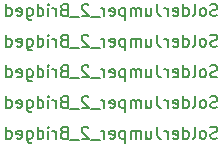
<source format=gbr>
%TF.GenerationSoftware,KiCad,Pcbnew,7.0.7*%
%TF.CreationDate,2024-01-30T18:09:48+01:00*%
%TF.ProjectId,v0.4.4c,76302e34-2e34-4632-9e6b-696361645f70,4c*%
%TF.SameCoordinates,Original*%
%TF.FileFunction,AssemblyDrawing,Bot*%
%FSLAX46Y46*%
G04 Gerber Fmt 4.6, Leading zero omitted, Abs format (unit mm)*
G04 Created by KiCad (PCBNEW 7.0.7) date 2024-01-30 18:09:48*
%MOMM*%
%LPD*%
G01*
G04 APERTURE LIST*
%ADD10C,0.150000*%
G04 APERTURE END LIST*
D10*
X148952381Y-118707200D02*
X148809524Y-118754819D01*
X148809524Y-118754819D02*
X148571429Y-118754819D01*
X148571429Y-118754819D02*
X148476191Y-118707200D01*
X148476191Y-118707200D02*
X148428572Y-118659580D01*
X148428572Y-118659580D02*
X148380953Y-118564342D01*
X148380953Y-118564342D02*
X148380953Y-118469104D01*
X148380953Y-118469104D02*
X148428572Y-118373866D01*
X148428572Y-118373866D02*
X148476191Y-118326247D01*
X148476191Y-118326247D02*
X148571429Y-118278628D01*
X148571429Y-118278628D02*
X148761905Y-118231009D01*
X148761905Y-118231009D02*
X148857143Y-118183390D01*
X148857143Y-118183390D02*
X148904762Y-118135771D01*
X148904762Y-118135771D02*
X148952381Y-118040533D01*
X148952381Y-118040533D02*
X148952381Y-117945295D01*
X148952381Y-117945295D02*
X148904762Y-117850057D01*
X148904762Y-117850057D02*
X148857143Y-117802438D01*
X148857143Y-117802438D02*
X148761905Y-117754819D01*
X148761905Y-117754819D02*
X148523810Y-117754819D01*
X148523810Y-117754819D02*
X148380953Y-117802438D01*
X147809524Y-118754819D02*
X147904762Y-118707200D01*
X147904762Y-118707200D02*
X147952381Y-118659580D01*
X147952381Y-118659580D02*
X148000000Y-118564342D01*
X148000000Y-118564342D02*
X148000000Y-118278628D01*
X148000000Y-118278628D02*
X147952381Y-118183390D01*
X147952381Y-118183390D02*
X147904762Y-118135771D01*
X147904762Y-118135771D02*
X147809524Y-118088152D01*
X147809524Y-118088152D02*
X147666667Y-118088152D01*
X147666667Y-118088152D02*
X147571429Y-118135771D01*
X147571429Y-118135771D02*
X147523810Y-118183390D01*
X147523810Y-118183390D02*
X147476191Y-118278628D01*
X147476191Y-118278628D02*
X147476191Y-118564342D01*
X147476191Y-118564342D02*
X147523810Y-118659580D01*
X147523810Y-118659580D02*
X147571429Y-118707200D01*
X147571429Y-118707200D02*
X147666667Y-118754819D01*
X147666667Y-118754819D02*
X147809524Y-118754819D01*
X146904762Y-118754819D02*
X147000000Y-118707200D01*
X147000000Y-118707200D02*
X147047619Y-118611961D01*
X147047619Y-118611961D02*
X147047619Y-117754819D01*
X146095238Y-118754819D02*
X146095238Y-117754819D01*
X146095238Y-118707200D02*
X146190476Y-118754819D01*
X146190476Y-118754819D02*
X146380952Y-118754819D01*
X146380952Y-118754819D02*
X146476190Y-118707200D01*
X146476190Y-118707200D02*
X146523809Y-118659580D01*
X146523809Y-118659580D02*
X146571428Y-118564342D01*
X146571428Y-118564342D02*
X146571428Y-118278628D01*
X146571428Y-118278628D02*
X146523809Y-118183390D01*
X146523809Y-118183390D02*
X146476190Y-118135771D01*
X146476190Y-118135771D02*
X146380952Y-118088152D01*
X146380952Y-118088152D02*
X146190476Y-118088152D01*
X146190476Y-118088152D02*
X146095238Y-118135771D01*
X145238095Y-118707200D02*
X145333333Y-118754819D01*
X145333333Y-118754819D02*
X145523809Y-118754819D01*
X145523809Y-118754819D02*
X145619047Y-118707200D01*
X145619047Y-118707200D02*
X145666666Y-118611961D01*
X145666666Y-118611961D02*
X145666666Y-118231009D01*
X145666666Y-118231009D02*
X145619047Y-118135771D01*
X145619047Y-118135771D02*
X145523809Y-118088152D01*
X145523809Y-118088152D02*
X145333333Y-118088152D01*
X145333333Y-118088152D02*
X145238095Y-118135771D01*
X145238095Y-118135771D02*
X145190476Y-118231009D01*
X145190476Y-118231009D02*
X145190476Y-118326247D01*
X145190476Y-118326247D02*
X145666666Y-118421485D01*
X144761904Y-118754819D02*
X144761904Y-118088152D01*
X144761904Y-118278628D02*
X144714285Y-118183390D01*
X144714285Y-118183390D02*
X144666666Y-118135771D01*
X144666666Y-118135771D02*
X144571428Y-118088152D01*
X144571428Y-118088152D02*
X144476190Y-118088152D01*
X143857142Y-117754819D02*
X143857142Y-118469104D01*
X143857142Y-118469104D02*
X143904761Y-118611961D01*
X143904761Y-118611961D02*
X143999999Y-118707200D01*
X143999999Y-118707200D02*
X144142856Y-118754819D01*
X144142856Y-118754819D02*
X144238094Y-118754819D01*
X142952380Y-118088152D02*
X142952380Y-118754819D01*
X143380951Y-118088152D02*
X143380951Y-118611961D01*
X143380951Y-118611961D02*
X143333332Y-118707200D01*
X143333332Y-118707200D02*
X143238094Y-118754819D01*
X143238094Y-118754819D02*
X143095237Y-118754819D01*
X143095237Y-118754819D02*
X142999999Y-118707200D01*
X142999999Y-118707200D02*
X142952380Y-118659580D01*
X142476189Y-118754819D02*
X142476189Y-118088152D01*
X142476189Y-118183390D02*
X142428570Y-118135771D01*
X142428570Y-118135771D02*
X142333332Y-118088152D01*
X142333332Y-118088152D02*
X142190475Y-118088152D01*
X142190475Y-118088152D02*
X142095237Y-118135771D01*
X142095237Y-118135771D02*
X142047618Y-118231009D01*
X142047618Y-118231009D02*
X142047618Y-118754819D01*
X142047618Y-118231009D02*
X141999999Y-118135771D01*
X141999999Y-118135771D02*
X141904761Y-118088152D01*
X141904761Y-118088152D02*
X141761904Y-118088152D01*
X141761904Y-118088152D02*
X141666665Y-118135771D01*
X141666665Y-118135771D02*
X141619046Y-118231009D01*
X141619046Y-118231009D02*
X141619046Y-118754819D01*
X141142856Y-118088152D02*
X141142856Y-119088152D01*
X141142856Y-118135771D02*
X141047618Y-118088152D01*
X141047618Y-118088152D02*
X140857142Y-118088152D01*
X140857142Y-118088152D02*
X140761904Y-118135771D01*
X140761904Y-118135771D02*
X140714285Y-118183390D01*
X140714285Y-118183390D02*
X140666666Y-118278628D01*
X140666666Y-118278628D02*
X140666666Y-118564342D01*
X140666666Y-118564342D02*
X140714285Y-118659580D01*
X140714285Y-118659580D02*
X140761904Y-118707200D01*
X140761904Y-118707200D02*
X140857142Y-118754819D01*
X140857142Y-118754819D02*
X141047618Y-118754819D01*
X141047618Y-118754819D02*
X141142856Y-118707200D01*
X139857142Y-118707200D02*
X139952380Y-118754819D01*
X139952380Y-118754819D02*
X140142856Y-118754819D01*
X140142856Y-118754819D02*
X140238094Y-118707200D01*
X140238094Y-118707200D02*
X140285713Y-118611961D01*
X140285713Y-118611961D02*
X140285713Y-118231009D01*
X140285713Y-118231009D02*
X140238094Y-118135771D01*
X140238094Y-118135771D02*
X140142856Y-118088152D01*
X140142856Y-118088152D02*
X139952380Y-118088152D01*
X139952380Y-118088152D02*
X139857142Y-118135771D01*
X139857142Y-118135771D02*
X139809523Y-118231009D01*
X139809523Y-118231009D02*
X139809523Y-118326247D01*
X139809523Y-118326247D02*
X140285713Y-118421485D01*
X139380951Y-118754819D02*
X139380951Y-118088152D01*
X139380951Y-118278628D02*
X139333332Y-118183390D01*
X139333332Y-118183390D02*
X139285713Y-118135771D01*
X139285713Y-118135771D02*
X139190475Y-118088152D01*
X139190475Y-118088152D02*
X139095237Y-118088152D01*
X138999999Y-118850057D02*
X138238094Y-118850057D01*
X138047617Y-117850057D02*
X137999998Y-117802438D01*
X137999998Y-117802438D02*
X137904760Y-117754819D01*
X137904760Y-117754819D02*
X137666665Y-117754819D01*
X137666665Y-117754819D02*
X137571427Y-117802438D01*
X137571427Y-117802438D02*
X137523808Y-117850057D01*
X137523808Y-117850057D02*
X137476189Y-117945295D01*
X137476189Y-117945295D02*
X137476189Y-118040533D01*
X137476189Y-118040533D02*
X137523808Y-118183390D01*
X137523808Y-118183390D02*
X138095236Y-118754819D01*
X138095236Y-118754819D02*
X137476189Y-118754819D01*
X137285713Y-118850057D02*
X136523808Y-118850057D01*
X135952379Y-118231009D02*
X135809522Y-118278628D01*
X135809522Y-118278628D02*
X135761903Y-118326247D01*
X135761903Y-118326247D02*
X135714284Y-118421485D01*
X135714284Y-118421485D02*
X135714284Y-118564342D01*
X135714284Y-118564342D02*
X135761903Y-118659580D01*
X135761903Y-118659580D02*
X135809522Y-118707200D01*
X135809522Y-118707200D02*
X135904760Y-118754819D01*
X135904760Y-118754819D02*
X136285712Y-118754819D01*
X136285712Y-118754819D02*
X136285712Y-117754819D01*
X136285712Y-117754819D02*
X135952379Y-117754819D01*
X135952379Y-117754819D02*
X135857141Y-117802438D01*
X135857141Y-117802438D02*
X135809522Y-117850057D01*
X135809522Y-117850057D02*
X135761903Y-117945295D01*
X135761903Y-117945295D02*
X135761903Y-118040533D01*
X135761903Y-118040533D02*
X135809522Y-118135771D01*
X135809522Y-118135771D02*
X135857141Y-118183390D01*
X135857141Y-118183390D02*
X135952379Y-118231009D01*
X135952379Y-118231009D02*
X136285712Y-118231009D01*
X135285712Y-118754819D02*
X135285712Y-118088152D01*
X135285712Y-118278628D02*
X135238093Y-118183390D01*
X135238093Y-118183390D02*
X135190474Y-118135771D01*
X135190474Y-118135771D02*
X135095236Y-118088152D01*
X135095236Y-118088152D02*
X134999998Y-118088152D01*
X134666664Y-118754819D02*
X134666664Y-118088152D01*
X134666664Y-117754819D02*
X134714283Y-117802438D01*
X134714283Y-117802438D02*
X134666664Y-117850057D01*
X134666664Y-117850057D02*
X134619045Y-117802438D01*
X134619045Y-117802438D02*
X134666664Y-117754819D01*
X134666664Y-117754819D02*
X134666664Y-117850057D01*
X133761903Y-118754819D02*
X133761903Y-117754819D01*
X133761903Y-118707200D02*
X133857141Y-118754819D01*
X133857141Y-118754819D02*
X134047617Y-118754819D01*
X134047617Y-118754819D02*
X134142855Y-118707200D01*
X134142855Y-118707200D02*
X134190474Y-118659580D01*
X134190474Y-118659580D02*
X134238093Y-118564342D01*
X134238093Y-118564342D02*
X134238093Y-118278628D01*
X134238093Y-118278628D02*
X134190474Y-118183390D01*
X134190474Y-118183390D02*
X134142855Y-118135771D01*
X134142855Y-118135771D02*
X134047617Y-118088152D01*
X134047617Y-118088152D02*
X133857141Y-118088152D01*
X133857141Y-118088152D02*
X133761903Y-118135771D01*
X132857141Y-118088152D02*
X132857141Y-118897676D01*
X132857141Y-118897676D02*
X132904760Y-118992914D01*
X132904760Y-118992914D02*
X132952379Y-119040533D01*
X132952379Y-119040533D02*
X133047617Y-119088152D01*
X133047617Y-119088152D02*
X133190474Y-119088152D01*
X133190474Y-119088152D02*
X133285712Y-119040533D01*
X132857141Y-118707200D02*
X132952379Y-118754819D01*
X132952379Y-118754819D02*
X133142855Y-118754819D01*
X133142855Y-118754819D02*
X133238093Y-118707200D01*
X133238093Y-118707200D02*
X133285712Y-118659580D01*
X133285712Y-118659580D02*
X133333331Y-118564342D01*
X133333331Y-118564342D02*
X133333331Y-118278628D01*
X133333331Y-118278628D02*
X133285712Y-118183390D01*
X133285712Y-118183390D02*
X133238093Y-118135771D01*
X133238093Y-118135771D02*
X133142855Y-118088152D01*
X133142855Y-118088152D02*
X132952379Y-118088152D01*
X132952379Y-118088152D02*
X132857141Y-118135771D01*
X131999998Y-118707200D02*
X132095236Y-118754819D01*
X132095236Y-118754819D02*
X132285712Y-118754819D01*
X132285712Y-118754819D02*
X132380950Y-118707200D01*
X132380950Y-118707200D02*
X132428569Y-118611961D01*
X132428569Y-118611961D02*
X132428569Y-118231009D01*
X132428569Y-118231009D02*
X132380950Y-118135771D01*
X132380950Y-118135771D02*
X132285712Y-118088152D01*
X132285712Y-118088152D02*
X132095236Y-118088152D01*
X132095236Y-118088152D02*
X131999998Y-118135771D01*
X131999998Y-118135771D02*
X131952379Y-118231009D01*
X131952379Y-118231009D02*
X131952379Y-118326247D01*
X131952379Y-118326247D02*
X132428569Y-118421485D01*
X131095236Y-118754819D02*
X131095236Y-117754819D01*
X131095236Y-118707200D02*
X131190474Y-118754819D01*
X131190474Y-118754819D02*
X131380950Y-118754819D01*
X131380950Y-118754819D02*
X131476188Y-118707200D01*
X131476188Y-118707200D02*
X131523807Y-118659580D01*
X131523807Y-118659580D02*
X131571426Y-118564342D01*
X131571426Y-118564342D02*
X131571426Y-118278628D01*
X131571426Y-118278628D02*
X131523807Y-118183390D01*
X131523807Y-118183390D02*
X131476188Y-118135771D01*
X131476188Y-118135771D02*
X131380950Y-118088152D01*
X131380950Y-118088152D02*
X131190474Y-118088152D01*
X131190474Y-118088152D02*
X131095236Y-118135771D01*
X148952381Y-113507200D02*
X148809524Y-113554819D01*
X148809524Y-113554819D02*
X148571429Y-113554819D01*
X148571429Y-113554819D02*
X148476191Y-113507200D01*
X148476191Y-113507200D02*
X148428572Y-113459580D01*
X148428572Y-113459580D02*
X148380953Y-113364342D01*
X148380953Y-113364342D02*
X148380953Y-113269104D01*
X148380953Y-113269104D02*
X148428572Y-113173866D01*
X148428572Y-113173866D02*
X148476191Y-113126247D01*
X148476191Y-113126247D02*
X148571429Y-113078628D01*
X148571429Y-113078628D02*
X148761905Y-113031009D01*
X148761905Y-113031009D02*
X148857143Y-112983390D01*
X148857143Y-112983390D02*
X148904762Y-112935771D01*
X148904762Y-112935771D02*
X148952381Y-112840533D01*
X148952381Y-112840533D02*
X148952381Y-112745295D01*
X148952381Y-112745295D02*
X148904762Y-112650057D01*
X148904762Y-112650057D02*
X148857143Y-112602438D01*
X148857143Y-112602438D02*
X148761905Y-112554819D01*
X148761905Y-112554819D02*
X148523810Y-112554819D01*
X148523810Y-112554819D02*
X148380953Y-112602438D01*
X147809524Y-113554819D02*
X147904762Y-113507200D01*
X147904762Y-113507200D02*
X147952381Y-113459580D01*
X147952381Y-113459580D02*
X148000000Y-113364342D01*
X148000000Y-113364342D02*
X148000000Y-113078628D01*
X148000000Y-113078628D02*
X147952381Y-112983390D01*
X147952381Y-112983390D02*
X147904762Y-112935771D01*
X147904762Y-112935771D02*
X147809524Y-112888152D01*
X147809524Y-112888152D02*
X147666667Y-112888152D01*
X147666667Y-112888152D02*
X147571429Y-112935771D01*
X147571429Y-112935771D02*
X147523810Y-112983390D01*
X147523810Y-112983390D02*
X147476191Y-113078628D01*
X147476191Y-113078628D02*
X147476191Y-113364342D01*
X147476191Y-113364342D02*
X147523810Y-113459580D01*
X147523810Y-113459580D02*
X147571429Y-113507200D01*
X147571429Y-113507200D02*
X147666667Y-113554819D01*
X147666667Y-113554819D02*
X147809524Y-113554819D01*
X146904762Y-113554819D02*
X147000000Y-113507200D01*
X147000000Y-113507200D02*
X147047619Y-113411961D01*
X147047619Y-113411961D02*
X147047619Y-112554819D01*
X146095238Y-113554819D02*
X146095238Y-112554819D01*
X146095238Y-113507200D02*
X146190476Y-113554819D01*
X146190476Y-113554819D02*
X146380952Y-113554819D01*
X146380952Y-113554819D02*
X146476190Y-113507200D01*
X146476190Y-113507200D02*
X146523809Y-113459580D01*
X146523809Y-113459580D02*
X146571428Y-113364342D01*
X146571428Y-113364342D02*
X146571428Y-113078628D01*
X146571428Y-113078628D02*
X146523809Y-112983390D01*
X146523809Y-112983390D02*
X146476190Y-112935771D01*
X146476190Y-112935771D02*
X146380952Y-112888152D01*
X146380952Y-112888152D02*
X146190476Y-112888152D01*
X146190476Y-112888152D02*
X146095238Y-112935771D01*
X145238095Y-113507200D02*
X145333333Y-113554819D01*
X145333333Y-113554819D02*
X145523809Y-113554819D01*
X145523809Y-113554819D02*
X145619047Y-113507200D01*
X145619047Y-113507200D02*
X145666666Y-113411961D01*
X145666666Y-113411961D02*
X145666666Y-113031009D01*
X145666666Y-113031009D02*
X145619047Y-112935771D01*
X145619047Y-112935771D02*
X145523809Y-112888152D01*
X145523809Y-112888152D02*
X145333333Y-112888152D01*
X145333333Y-112888152D02*
X145238095Y-112935771D01*
X145238095Y-112935771D02*
X145190476Y-113031009D01*
X145190476Y-113031009D02*
X145190476Y-113126247D01*
X145190476Y-113126247D02*
X145666666Y-113221485D01*
X144761904Y-113554819D02*
X144761904Y-112888152D01*
X144761904Y-113078628D02*
X144714285Y-112983390D01*
X144714285Y-112983390D02*
X144666666Y-112935771D01*
X144666666Y-112935771D02*
X144571428Y-112888152D01*
X144571428Y-112888152D02*
X144476190Y-112888152D01*
X143857142Y-112554819D02*
X143857142Y-113269104D01*
X143857142Y-113269104D02*
X143904761Y-113411961D01*
X143904761Y-113411961D02*
X143999999Y-113507200D01*
X143999999Y-113507200D02*
X144142856Y-113554819D01*
X144142856Y-113554819D02*
X144238094Y-113554819D01*
X142952380Y-112888152D02*
X142952380Y-113554819D01*
X143380951Y-112888152D02*
X143380951Y-113411961D01*
X143380951Y-113411961D02*
X143333332Y-113507200D01*
X143333332Y-113507200D02*
X143238094Y-113554819D01*
X143238094Y-113554819D02*
X143095237Y-113554819D01*
X143095237Y-113554819D02*
X142999999Y-113507200D01*
X142999999Y-113507200D02*
X142952380Y-113459580D01*
X142476189Y-113554819D02*
X142476189Y-112888152D01*
X142476189Y-112983390D02*
X142428570Y-112935771D01*
X142428570Y-112935771D02*
X142333332Y-112888152D01*
X142333332Y-112888152D02*
X142190475Y-112888152D01*
X142190475Y-112888152D02*
X142095237Y-112935771D01*
X142095237Y-112935771D02*
X142047618Y-113031009D01*
X142047618Y-113031009D02*
X142047618Y-113554819D01*
X142047618Y-113031009D02*
X141999999Y-112935771D01*
X141999999Y-112935771D02*
X141904761Y-112888152D01*
X141904761Y-112888152D02*
X141761904Y-112888152D01*
X141761904Y-112888152D02*
X141666665Y-112935771D01*
X141666665Y-112935771D02*
X141619046Y-113031009D01*
X141619046Y-113031009D02*
X141619046Y-113554819D01*
X141142856Y-112888152D02*
X141142856Y-113888152D01*
X141142856Y-112935771D02*
X141047618Y-112888152D01*
X141047618Y-112888152D02*
X140857142Y-112888152D01*
X140857142Y-112888152D02*
X140761904Y-112935771D01*
X140761904Y-112935771D02*
X140714285Y-112983390D01*
X140714285Y-112983390D02*
X140666666Y-113078628D01*
X140666666Y-113078628D02*
X140666666Y-113364342D01*
X140666666Y-113364342D02*
X140714285Y-113459580D01*
X140714285Y-113459580D02*
X140761904Y-113507200D01*
X140761904Y-113507200D02*
X140857142Y-113554819D01*
X140857142Y-113554819D02*
X141047618Y-113554819D01*
X141047618Y-113554819D02*
X141142856Y-113507200D01*
X139857142Y-113507200D02*
X139952380Y-113554819D01*
X139952380Y-113554819D02*
X140142856Y-113554819D01*
X140142856Y-113554819D02*
X140238094Y-113507200D01*
X140238094Y-113507200D02*
X140285713Y-113411961D01*
X140285713Y-113411961D02*
X140285713Y-113031009D01*
X140285713Y-113031009D02*
X140238094Y-112935771D01*
X140238094Y-112935771D02*
X140142856Y-112888152D01*
X140142856Y-112888152D02*
X139952380Y-112888152D01*
X139952380Y-112888152D02*
X139857142Y-112935771D01*
X139857142Y-112935771D02*
X139809523Y-113031009D01*
X139809523Y-113031009D02*
X139809523Y-113126247D01*
X139809523Y-113126247D02*
X140285713Y-113221485D01*
X139380951Y-113554819D02*
X139380951Y-112888152D01*
X139380951Y-113078628D02*
X139333332Y-112983390D01*
X139333332Y-112983390D02*
X139285713Y-112935771D01*
X139285713Y-112935771D02*
X139190475Y-112888152D01*
X139190475Y-112888152D02*
X139095237Y-112888152D01*
X138999999Y-113650057D02*
X138238094Y-113650057D01*
X138047617Y-112650057D02*
X137999998Y-112602438D01*
X137999998Y-112602438D02*
X137904760Y-112554819D01*
X137904760Y-112554819D02*
X137666665Y-112554819D01*
X137666665Y-112554819D02*
X137571427Y-112602438D01*
X137571427Y-112602438D02*
X137523808Y-112650057D01*
X137523808Y-112650057D02*
X137476189Y-112745295D01*
X137476189Y-112745295D02*
X137476189Y-112840533D01*
X137476189Y-112840533D02*
X137523808Y-112983390D01*
X137523808Y-112983390D02*
X138095236Y-113554819D01*
X138095236Y-113554819D02*
X137476189Y-113554819D01*
X137285713Y-113650057D02*
X136523808Y-113650057D01*
X135952379Y-113031009D02*
X135809522Y-113078628D01*
X135809522Y-113078628D02*
X135761903Y-113126247D01*
X135761903Y-113126247D02*
X135714284Y-113221485D01*
X135714284Y-113221485D02*
X135714284Y-113364342D01*
X135714284Y-113364342D02*
X135761903Y-113459580D01*
X135761903Y-113459580D02*
X135809522Y-113507200D01*
X135809522Y-113507200D02*
X135904760Y-113554819D01*
X135904760Y-113554819D02*
X136285712Y-113554819D01*
X136285712Y-113554819D02*
X136285712Y-112554819D01*
X136285712Y-112554819D02*
X135952379Y-112554819D01*
X135952379Y-112554819D02*
X135857141Y-112602438D01*
X135857141Y-112602438D02*
X135809522Y-112650057D01*
X135809522Y-112650057D02*
X135761903Y-112745295D01*
X135761903Y-112745295D02*
X135761903Y-112840533D01*
X135761903Y-112840533D02*
X135809522Y-112935771D01*
X135809522Y-112935771D02*
X135857141Y-112983390D01*
X135857141Y-112983390D02*
X135952379Y-113031009D01*
X135952379Y-113031009D02*
X136285712Y-113031009D01*
X135285712Y-113554819D02*
X135285712Y-112888152D01*
X135285712Y-113078628D02*
X135238093Y-112983390D01*
X135238093Y-112983390D02*
X135190474Y-112935771D01*
X135190474Y-112935771D02*
X135095236Y-112888152D01*
X135095236Y-112888152D02*
X134999998Y-112888152D01*
X134666664Y-113554819D02*
X134666664Y-112888152D01*
X134666664Y-112554819D02*
X134714283Y-112602438D01*
X134714283Y-112602438D02*
X134666664Y-112650057D01*
X134666664Y-112650057D02*
X134619045Y-112602438D01*
X134619045Y-112602438D02*
X134666664Y-112554819D01*
X134666664Y-112554819D02*
X134666664Y-112650057D01*
X133761903Y-113554819D02*
X133761903Y-112554819D01*
X133761903Y-113507200D02*
X133857141Y-113554819D01*
X133857141Y-113554819D02*
X134047617Y-113554819D01*
X134047617Y-113554819D02*
X134142855Y-113507200D01*
X134142855Y-113507200D02*
X134190474Y-113459580D01*
X134190474Y-113459580D02*
X134238093Y-113364342D01*
X134238093Y-113364342D02*
X134238093Y-113078628D01*
X134238093Y-113078628D02*
X134190474Y-112983390D01*
X134190474Y-112983390D02*
X134142855Y-112935771D01*
X134142855Y-112935771D02*
X134047617Y-112888152D01*
X134047617Y-112888152D02*
X133857141Y-112888152D01*
X133857141Y-112888152D02*
X133761903Y-112935771D01*
X132857141Y-112888152D02*
X132857141Y-113697676D01*
X132857141Y-113697676D02*
X132904760Y-113792914D01*
X132904760Y-113792914D02*
X132952379Y-113840533D01*
X132952379Y-113840533D02*
X133047617Y-113888152D01*
X133047617Y-113888152D02*
X133190474Y-113888152D01*
X133190474Y-113888152D02*
X133285712Y-113840533D01*
X132857141Y-113507200D02*
X132952379Y-113554819D01*
X132952379Y-113554819D02*
X133142855Y-113554819D01*
X133142855Y-113554819D02*
X133238093Y-113507200D01*
X133238093Y-113507200D02*
X133285712Y-113459580D01*
X133285712Y-113459580D02*
X133333331Y-113364342D01*
X133333331Y-113364342D02*
X133333331Y-113078628D01*
X133333331Y-113078628D02*
X133285712Y-112983390D01*
X133285712Y-112983390D02*
X133238093Y-112935771D01*
X133238093Y-112935771D02*
X133142855Y-112888152D01*
X133142855Y-112888152D02*
X132952379Y-112888152D01*
X132952379Y-112888152D02*
X132857141Y-112935771D01*
X131999998Y-113507200D02*
X132095236Y-113554819D01*
X132095236Y-113554819D02*
X132285712Y-113554819D01*
X132285712Y-113554819D02*
X132380950Y-113507200D01*
X132380950Y-113507200D02*
X132428569Y-113411961D01*
X132428569Y-113411961D02*
X132428569Y-113031009D01*
X132428569Y-113031009D02*
X132380950Y-112935771D01*
X132380950Y-112935771D02*
X132285712Y-112888152D01*
X132285712Y-112888152D02*
X132095236Y-112888152D01*
X132095236Y-112888152D02*
X131999998Y-112935771D01*
X131999998Y-112935771D02*
X131952379Y-113031009D01*
X131952379Y-113031009D02*
X131952379Y-113126247D01*
X131952379Y-113126247D02*
X132428569Y-113221485D01*
X131095236Y-113554819D02*
X131095236Y-112554819D01*
X131095236Y-113507200D02*
X131190474Y-113554819D01*
X131190474Y-113554819D02*
X131380950Y-113554819D01*
X131380950Y-113554819D02*
X131476188Y-113507200D01*
X131476188Y-113507200D02*
X131523807Y-113459580D01*
X131523807Y-113459580D02*
X131571426Y-113364342D01*
X131571426Y-113364342D02*
X131571426Y-113078628D01*
X131571426Y-113078628D02*
X131523807Y-112983390D01*
X131523807Y-112983390D02*
X131476188Y-112935771D01*
X131476188Y-112935771D02*
X131380950Y-112888152D01*
X131380950Y-112888152D02*
X131190474Y-112888152D01*
X131190474Y-112888152D02*
X131095236Y-112935771D01*
X148952381Y-116107200D02*
X148809524Y-116154819D01*
X148809524Y-116154819D02*
X148571429Y-116154819D01*
X148571429Y-116154819D02*
X148476191Y-116107200D01*
X148476191Y-116107200D02*
X148428572Y-116059580D01*
X148428572Y-116059580D02*
X148380953Y-115964342D01*
X148380953Y-115964342D02*
X148380953Y-115869104D01*
X148380953Y-115869104D02*
X148428572Y-115773866D01*
X148428572Y-115773866D02*
X148476191Y-115726247D01*
X148476191Y-115726247D02*
X148571429Y-115678628D01*
X148571429Y-115678628D02*
X148761905Y-115631009D01*
X148761905Y-115631009D02*
X148857143Y-115583390D01*
X148857143Y-115583390D02*
X148904762Y-115535771D01*
X148904762Y-115535771D02*
X148952381Y-115440533D01*
X148952381Y-115440533D02*
X148952381Y-115345295D01*
X148952381Y-115345295D02*
X148904762Y-115250057D01*
X148904762Y-115250057D02*
X148857143Y-115202438D01*
X148857143Y-115202438D02*
X148761905Y-115154819D01*
X148761905Y-115154819D02*
X148523810Y-115154819D01*
X148523810Y-115154819D02*
X148380953Y-115202438D01*
X147809524Y-116154819D02*
X147904762Y-116107200D01*
X147904762Y-116107200D02*
X147952381Y-116059580D01*
X147952381Y-116059580D02*
X148000000Y-115964342D01*
X148000000Y-115964342D02*
X148000000Y-115678628D01*
X148000000Y-115678628D02*
X147952381Y-115583390D01*
X147952381Y-115583390D02*
X147904762Y-115535771D01*
X147904762Y-115535771D02*
X147809524Y-115488152D01*
X147809524Y-115488152D02*
X147666667Y-115488152D01*
X147666667Y-115488152D02*
X147571429Y-115535771D01*
X147571429Y-115535771D02*
X147523810Y-115583390D01*
X147523810Y-115583390D02*
X147476191Y-115678628D01*
X147476191Y-115678628D02*
X147476191Y-115964342D01*
X147476191Y-115964342D02*
X147523810Y-116059580D01*
X147523810Y-116059580D02*
X147571429Y-116107200D01*
X147571429Y-116107200D02*
X147666667Y-116154819D01*
X147666667Y-116154819D02*
X147809524Y-116154819D01*
X146904762Y-116154819D02*
X147000000Y-116107200D01*
X147000000Y-116107200D02*
X147047619Y-116011961D01*
X147047619Y-116011961D02*
X147047619Y-115154819D01*
X146095238Y-116154819D02*
X146095238Y-115154819D01*
X146095238Y-116107200D02*
X146190476Y-116154819D01*
X146190476Y-116154819D02*
X146380952Y-116154819D01*
X146380952Y-116154819D02*
X146476190Y-116107200D01*
X146476190Y-116107200D02*
X146523809Y-116059580D01*
X146523809Y-116059580D02*
X146571428Y-115964342D01*
X146571428Y-115964342D02*
X146571428Y-115678628D01*
X146571428Y-115678628D02*
X146523809Y-115583390D01*
X146523809Y-115583390D02*
X146476190Y-115535771D01*
X146476190Y-115535771D02*
X146380952Y-115488152D01*
X146380952Y-115488152D02*
X146190476Y-115488152D01*
X146190476Y-115488152D02*
X146095238Y-115535771D01*
X145238095Y-116107200D02*
X145333333Y-116154819D01*
X145333333Y-116154819D02*
X145523809Y-116154819D01*
X145523809Y-116154819D02*
X145619047Y-116107200D01*
X145619047Y-116107200D02*
X145666666Y-116011961D01*
X145666666Y-116011961D02*
X145666666Y-115631009D01*
X145666666Y-115631009D02*
X145619047Y-115535771D01*
X145619047Y-115535771D02*
X145523809Y-115488152D01*
X145523809Y-115488152D02*
X145333333Y-115488152D01*
X145333333Y-115488152D02*
X145238095Y-115535771D01*
X145238095Y-115535771D02*
X145190476Y-115631009D01*
X145190476Y-115631009D02*
X145190476Y-115726247D01*
X145190476Y-115726247D02*
X145666666Y-115821485D01*
X144761904Y-116154819D02*
X144761904Y-115488152D01*
X144761904Y-115678628D02*
X144714285Y-115583390D01*
X144714285Y-115583390D02*
X144666666Y-115535771D01*
X144666666Y-115535771D02*
X144571428Y-115488152D01*
X144571428Y-115488152D02*
X144476190Y-115488152D01*
X143857142Y-115154819D02*
X143857142Y-115869104D01*
X143857142Y-115869104D02*
X143904761Y-116011961D01*
X143904761Y-116011961D02*
X143999999Y-116107200D01*
X143999999Y-116107200D02*
X144142856Y-116154819D01*
X144142856Y-116154819D02*
X144238094Y-116154819D01*
X142952380Y-115488152D02*
X142952380Y-116154819D01*
X143380951Y-115488152D02*
X143380951Y-116011961D01*
X143380951Y-116011961D02*
X143333332Y-116107200D01*
X143333332Y-116107200D02*
X143238094Y-116154819D01*
X143238094Y-116154819D02*
X143095237Y-116154819D01*
X143095237Y-116154819D02*
X142999999Y-116107200D01*
X142999999Y-116107200D02*
X142952380Y-116059580D01*
X142476189Y-116154819D02*
X142476189Y-115488152D01*
X142476189Y-115583390D02*
X142428570Y-115535771D01*
X142428570Y-115535771D02*
X142333332Y-115488152D01*
X142333332Y-115488152D02*
X142190475Y-115488152D01*
X142190475Y-115488152D02*
X142095237Y-115535771D01*
X142095237Y-115535771D02*
X142047618Y-115631009D01*
X142047618Y-115631009D02*
X142047618Y-116154819D01*
X142047618Y-115631009D02*
X141999999Y-115535771D01*
X141999999Y-115535771D02*
X141904761Y-115488152D01*
X141904761Y-115488152D02*
X141761904Y-115488152D01*
X141761904Y-115488152D02*
X141666665Y-115535771D01*
X141666665Y-115535771D02*
X141619046Y-115631009D01*
X141619046Y-115631009D02*
X141619046Y-116154819D01*
X141142856Y-115488152D02*
X141142856Y-116488152D01*
X141142856Y-115535771D02*
X141047618Y-115488152D01*
X141047618Y-115488152D02*
X140857142Y-115488152D01*
X140857142Y-115488152D02*
X140761904Y-115535771D01*
X140761904Y-115535771D02*
X140714285Y-115583390D01*
X140714285Y-115583390D02*
X140666666Y-115678628D01*
X140666666Y-115678628D02*
X140666666Y-115964342D01*
X140666666Y-115964342D02*
X140714285Y-116059580D01*
X140714285Y-116059580D02*
X140761904Y-116107200D01*
X140761904Y-116107200D02*
X140857142Y-116154819D01*
X140857142Y-116154819D02*
X141047618Y-116154819D01*
X141047618Y-116154819D02*
X141142856Y-116107200D01*
X139857142Y-116107200D02*
X139952380Y-116154819D01*
X139952380Y-116154819D02*
X140142856Y-116154819D01*
X140142856Y-116154819D02*
X140238094Y-116107200D01*
X140238094Y-116107200D02*
X140285713Y-116011961D01*
X140285713Y-116011961D02*
X140285713Y-115631009D01*
X140285713Y-115631009D02*
X140238094Y-115535771D01*
X140238094Y-115535771D02*
X140142856Y-115488152D01*
X140142856Y-115488152D02*
X139952380Y-115488152D01*
X139952380Y-115488152D02*
X139857142Y-115535771D01*
X139857142Y-115535771D02*
X139809523Y-115631009D01*
X139809523Y-115631009D02*
X139809523Y-115726247D01*
X139809523Y-115726247D02*
X140285713Y-115821485D01*
X139380951Y-116154819D02*
X139380951Y-115488152D01*
X139380951Y-115678628D02*
X139333332Y-115583390D01*
X139333332Y-115583390D02*
X139285713Y-115535771D01*
X139285713Y-115535771D02*
X139190475Y-115488152D01*
X139190475Y-115488152D02*
X139095237Y-115488152D01*
X138999999Y-116250057D02*
X138238094Y-116250057D01*
X138047617Y-115250057D02*
X137999998Y-115202438D01*
X137999998Y-115202438D02*
X137904760Y-115154819D01*
X137904760Y-115154819D02*
X137666665Y-115154819D01*
X137666665Y-115154819D02*
X137571427Y-115202438D01*
X137571427Y-115202438D02*
X137523808Y-115250057D01*
X137523808Y-115250057D02*
X137476189Y-115345295D01*
X137476189Y-115345295D02*
X137476189Y-115440533D01*
X137476189Y-115440533D02*
X137523808Y-115583390D01*
X137523808Y-115583390D02*
X138095236Y-116154819D01*
X138095236Y-116154819D02*
X137476189Y-116154819D01*
X137285713Y-116250057D02*
X136523808Y-116250057D01*
X135952379Y-115631009D02*
X135809522Y-115678628D01*
X135809522Y-115678628D02*
X135761903Y-115726247D01*
X135761903Y-115726247D02*
X135714284Y-115821485D01*
X135714284Y-115821485D02*
X135714284Y-115964342D01*
X135714284Y-115964342D02*
X135761903Y-116059580D01*
X135761903Y-116059580D02*
X135809522Y-116107200D01*
X135809522Y-116107200D02*
X135904760Y-116154819D01*
X135904760Y-116154819D02*
X136285712Y-116154819D01*
X136285712Y-116154819D02*
X136285712Y-115154819D01*
X136285712Y-115154819D02*
X135952379Y-115154819D01*
X135952379Y-115154819D02*
X135857141Y-115202438D01*
X135857141Y-115202438D02*
X135809522Y-115250057D01*
X135809522Y-115250057D02*
X135761903Y-115345295D01*
X135761903Y-115345295D02*
X135761903Y-115440533D01*
X135761903Y-115440533D02*
X135809522Y-115535771D01*
X135809522Y-115535771D02*
X135857141Y-115583390D01*
X135857141Y-115583390D02*
X135952379Y-115631009D01*
X135952379Y-115631009D02*
X136285712Y-115631009D01*
X135285712Y-116154819D02*
X135285712Y-115488152D01*
X135285712Y-115678628D02*
X135238093Y-115583390D01*
X135238093Y-115583390D02*
X135190474Y-115535771D01*
X135190474Y-115535771D02*
X135095236Y-115488152D01*
X135095236Y-115488152D02*
X134999998Y-115488152D01*
X134666664Y-116154819D02*
X134666664Y-115488152D01*
X134666664Y-115154819D02*
X134714283Y-115202438D01*
X134714283Y-115202438D02*
X134666664Y-115250057D01*
X134666664Y-115250057D02*
X134619045Y-115202438D01*
X134619045Y-115202438D02*
X134666664Y-115154819D01*
X134666664Y-115154819D02*
X134666664Y-115250057D01*
X133761903Y-116154819D02*
X133761903Y-115154819D01*
X133761903Y-116107200D02*
X133857141Y-116154819D01*
X133857141Y-116154819D02*
X134047617Y-116154819D01*
X134047617Y-116154819D02*
X134142855Y-116107200D01*
X134142855Y-116107200D02*
X134190474Y-116059580D01*
X134190474Y-116059580D02*
X134238093Y-115964342D01*
X134238093Y-115964342D02*
X134238093Y-115678628D01*
X134238093Y-115678628D02*
X134190474Y-115583390D01*
X134190474Y-115583390D02*
X134142855Y-115535771D01*
X134142855Y-115535771D02*
X134047617Y-115488152D01*
X134047617Y-115488152D02*
X133857141Y-115488152D01*
X133857141Y-115488152D02*
X133761903Y-115535771D01*
X132857141Y-115488152D02*
X132857141Y-116297676D01*
X132857141Y-116297676D02*
X132904760Y-116392914D01*
X132904760Y-116392914D02*
X132952379Y-116440533D01*
X132952379Y-116440533D02*
X133047617Y-116488152D01*
X133047617Y-116488152D02*
X133190474Y-116488152D01*
X133190474Y-116488152D02*
X133285712Y-116440533D01*
X132857141Y-116107200D02*
X132952379Y-116154819D01*
X132952379Y-116154819D02*
X133142855Y-116154819D01*
X133142855Y-116154819D02*
X133238093Y-116107200D01*
X133238093Y-116107200D02*
X133285712Y-116059580D01*
X133285712Y-116059580D02*
X133333331Y-115964342D01*
X133333331Y-115964342D02*
X133333331Y-115678628D01*
X133333331Y-115678628D02*
X133285712Y-115583390D01*
X133285712Y-115583390D02*
X133238093Y-115535771D01*
X133238093Y-115535771D02*
X133142855Y-115488152D01*
X133142855Y-115488152D02*
X132952379Y-115488152D01*
X132952379Y-115488152D02*
X132857141Y-115535771D01*
X131999998Y-116107200D02*
X132095236Y-116154819D01*
X132095236Y-116154819D02*
X132285712Y-116154819D01*
X132285712Y-116154819D02*
X132380950Y-116107200D01*
X132380950Y-116107200D02*
X132428569Y-116011961D01*
X132428569Y-116011961D02*
X132428569Y-115631009D01*
X132428569Y-115631009D02*
X132380950Y-115535771D01*
X132380950Y-115535771D02*
X132285712Y-115488152D01*
X132285712Y-115488152D02*
X132095236Y-115488152D01*
X132095236Y-115488152D02*
X131999998Y-115535771D01*
X131999998Y-115535771D02*
X131952379Y-115631009D01*
X131952379Y-115631009D02*
X131952379Y-115726247D01*
X131952379Y-115726247D02*
X132428569Y-115821485D01*
X131095236Y-116154819D02*
X131095236Y-115154819D01*
X131095236Y-116107200D02*
X131190474Y-116154819D01*
X131190474Y-116154819D02*
X131380950Y-116154819D01*
X131380950Y-116154819D02*
X131476188Y-116107200D01*
X131476188Y-116107200D02*
X131523807Y-116059580D01*
X131523807Y-116059580D02*
X131571426Y-115964342D01*
X131571426Y-115964342D02*
X131571426Y-115678628D01*
X131571426Y-115678628D02*
X131523807Y-115583390D01*
X131523807Y-115583390D02*
X131476188Y-115535771D01*
X131476188Y-115535771D02*
X131380950Y-115488152D01*
X131380950Y-115488152D02*
X131190474Y-115488152D01*
X131190474Y-115488152D02*
X131095236Y-115535771D01*
X148952381Y-121307200D02*
X148809524Y-121354819D01*
X148809524Y-121354819D02*
X148571429Y-121354819D01*
X148571429Y-121354819D02*
X148476191Y-121307200D01*
X148476191Y-121307200D02*
X148428572Y-121259580D01*
X148428572Y-121259580D02*
X148380953Y-121164342D01*
X148380953Y-121164342D02*
X148380953Y-121069104D01*
X148380953Y-121069104D02*
X148428572Y-120973866D01*
X148428572Y-120973866D02*
X148476191Y-120926247D01*
X148476191Y-120926247D02*
X148571429Y-120878628D01*
X148571429Y-120878628D02*
X148761905Y-120831009D01*
X148761905Y-120831009D02*
X148857143Y-120783390D01*
X148857143Y-120783390D02*
X148904762Y-120735771D01*
X148904762Y-120735771D02*
X148952381Y-120640533D01*
X148952381Y-120640533D02*
X148952381Y-120545295D01*
X148952381Y-120545295D02*
X148904762Y-120450057D01*
X148904762Y-120450057D02*
X148857143Y-120402438D01*
X148857143Y-120402438D02*
X148761905Y-120354819D01*
X148761905Y-120354819D02*
X148523810Y-120354819D01*
X148523810Y-120354819D02*
X148380953Y-120402438D01*
X147809524Y-121354819D02*
X147904762Y-121307200D01*
X147904762Y-121307200D02*
X147952381Y-121259580D01*
X147952381Y-121259580D02*
X148000000Y-121164342D01*
X148000000Y-121164342D02*
X148000000Y-120878628D01*
X148000000Y-120878628D02*
X147952381Y-120783390D01*
X147952381Y-120783390D02*
X147904762Y-120735771D01*
X147904762Y-120735771D02*
X147809524Y-120688152D01*
X147809524Y-120688152D02*
X147666667Y-120688152D01*
X147666667Y-120688152D02*
X147571429Y-120735771D01*
X147571429Y-120735771D02*
X147523810Y-120783390D01*
X147523810Y-120783390D02*
X147476191Y-120878628D01*
X147476191Y-120878628D02*
X147476191Y-121164342D01*
X147476191Y-121164342D02*
X147523810Y-121259580D01*
X147523810Y-121259580D02*
X147571429Y-121307200D01*
X147571429Y-121307200D02*
X147666667Y-121354819D01*
X147666667Y-121354819D02*
X147809524Y-121354819D01*
X146904762Y-121354819D02*
X147000000Y-121307200D01*
X147000000Y-121307200D02*
X147047619Y-121211961D01*
X147047619Y-121211961D02*
X147047619Y-120354819D01*
X146095238Y-121354819D02*
X146095238Y-120354819D01*
X146095238Y-121307200D02*
X146190476Y-121354819D01*
X146190476Y-121354819D02*
X146380952Y-121354819D01*
X146380952Y-121354819D02*
X146476190Y-121307200D01*
X146476190Y-121307200D02*
X146523809Y-121259580D01*
X146523809Y-121259580D02*
X146571428Y-121164342D01*
X146571428Y-121164342D02*
X146571428Y-120878628D01*
X146571428Y-120878628D02*
X146523809Y-120783390D01*
X146523809Y-120783390D02*
X146476190Y-120735771D01*
X146476190Y-120735771D02*
X146380952Y-120688152D01*
X146380952Y-120688152D02*
X146190476Y-120688152D01*
X146190476Y-120688152D02*
X146095238Y-120735771D01*
X145238095Y-121307200D02*
X145333333Y-121354819D01*
X145333333Y-121354819D02*
X145523809Y-121354819D01*
X145523809Y-121354819D02*
X145619047Y-121307200D01*
X145619047Y-121307200D02*
X145666666Y-121211961D01*
X145666666Y-121211961D02*
X145666666Y-120831009D01*
X145666666Y-120831009D02*
X145619047Y-120735771D01*
X145619047Y-120735771D02*
X145523809Y-120688152D01*
X145523809Y-120688152D02*
X145333333Y-120688152D01*
X145333333Y-120688152D02*
X145238095Y-120735771D01*
X145238095Y-120735771D02*
X145190476Y-120831009D01*
X145190476Y-120831009D02*
X145190476Y-120926247D01*
X145190476Y-120926247D02*
X145666666Y-121021485D01*
X144761904Y-121354819D02*
X144761904Y-120688152D01*
X144761904Y-120878628D02*
X144714285Y-120783390D01*
X144714285Y-120783390D02*
X144666666Y-120735771D01*
X144666666Y-120735771D02*
X144571428Y-120688152D01*
X144571428Y-120688152D02*
X144476190Y-120688152D01*
X143857142Y-120354819D02*
X143857142Y-121069104D01*
X143857142Y-121069104D02*
X143904761Y-121211961D01*
X143904761Y-121211961D02*
X143999999Y-121307200D01*
X143999999Y-121307200D02*
X144142856Y-121354819D01*
X144142856Y-121354819D02*
X144238094Y-121354819D01*
X142952380Y-120688152D02*
X142952380Y-121354819D01*
X143380951Y-120688152D02*
X143380951Y-121211961D01*
X143380951Y-121211961D02*
X143333332Y-121307200D01*
X143333332Y-121307200D02*
X143238094Y-121354819D01*
X143238094Y-121354819D02*
X143095237Y-121354819D01*
X143095237Y-121354819D02*
X142999999Y-121307200D01*
X142999999Y-121307200D02*
X142952380Y-121259580D01*
X142476189Y-121354819D02*
X142476189Y-120688152D01*
X142476189Y-120783390D02*
X142428570Y-120735771D01*
X142428570Y-120735771D02*
X142333332Y-120688152D01*
X142333332Y-120688152D02*
X142190475Y-120688152D01*
X142190475Y-120688152D02*
X142095237Y-120735771D01*
X142095237Y-120735771D02*
X142047618Y-120831009D01*
X142047618Y-120831009D02*
X142047618Y-121354819D01*
X142047618Y-120831009D02*
X141999999Y-120735771D01*
X141999999Y-120735771D02*
X141904761Y-120688152D01*
X141904761Y-120688152D02*
X141761904Y-120688152D01*
X141761904Y-120688152D02*
X141666665Y-120735771D01*
X141666665Y-120735771D02*
X141619046Y-120831009D01*
X141619046Y-120831009D02*
X141619046Y-121354819D01*
X141142856Y-120688152D02*
X141142856Y-121688152D01*
X141142856Y-120735771D02*
X141047618Y-120688152D01*
X141047618Y-120688152D02*
X140857142Y-120688152D01*
X140857142Y-120688152D02*
X140761904Y-120735771D01*
X140761904Y-120735771D02*
X140714285Y-120783390D01*
X140714285Y-120783390D02*
X140666666Y-120878628D01*
X140666666Y-120878628D02*
X140666666Y-121164342D01*
X140666666Y-121164342D02*
X140714285Y-121259580D01*
X140714285Y-121259580D02*
X140761904Y-121307200D01*
X140761904Y-121307200D02*
X140857142Y-121354819D01*
X140857142Y-121354819D02*
X141047618Y-121354819D01*
X141047618Y-121354819D02*
X141142856Y-121307200D01*
X139857142Y-121307200D02*
X139952380Y-121354819D01*
X139952380Y-121354819D02*
X140142856Y-121354819D01*
X140142856Y-121354819D02*
X140238094Y-121307200D01*
X140238094Y-121307200D02*
X140285713Y-121211961D01*
X140285713Y-121211961D02*
X140285713Y-120831009D01*
X140285713Y-120831009D02*
X140238094Y-120735771D01*
X140238094Y-120735771D02*
X140142856Y-120688152D01*
X140142856Y-120688152D02*
X139952380Y-120688152D01*
X139952380Y-120688152D02*
X139857142Y-120735771D01*
X139857142Y-120735771D02*
X139809523Y-120831009D01*
X139809523Y-120831009D02*
X139809523Y-120926247D01*
X139809523Y-120926247D02*
X140285713Y-121021485D01*
X139380951Y-121354819D02*
X139380951Y-120688152D01*
X139380951Y-120878628D02*
X139333332Y-120783390D01*
X139333332Y-120783390D02*
X139285713Y-120735771D01*
X139285713Y-120735771D02*
X139190475Y-120688152D01*
X139190475Y-120688152D02*
X139095237Y-120688152D01*
X138999999Y-121450057D02*
X138238094Y-121450057D01*
X138047617Y-120450057D02*
X137999998Y-120402438D01*
X137999998Y-120402438D02*
X137904760Y-120354819D01*
X137904760Y-120354819D02*
X137666665Y-120354819D01*
X137666665Y-120354819D02*
X137571427Y-120402438D01*
X137571427Y-120402438D02*
X137523808Y-120450057D01*
X137523808Y-120450057D02*
X137476189Y-120545295D01*
X137476189Y-120545295D02*
X137476189Y-120640533D01*
X137476189Y-120640533D02*
X137523808Y-120783390D01*
X137523808Y-120783390D02*
X138095236Y-121354819D01*
X138095236Y-121354819D02*
X137476189Y-121354819D01*
X137285713Y-121450057D02*
X136523808Y-121450057D01*
X135952379Y-120831009D02*
X135809522Y-120878628D01*
X135809522Y-120878628D02*
X135761903Y-120926247D01*
X135761903Y-120926247D02*
X135714284Y-121021485D01*
X135714284Y-121021485D02*
X135714284Y-121164342D01*
X135714284Y-121164342D02*
X135761903Y-121259580D01*
X135761903Y-121259580D02*
X135809522Y-121307200D01*
X135809522Y-121307200D02*
X135904760Y-121354819D01*
X135904760Y-121354819D02*
X136285712Y-121354819D01*
X136285712Y-121354819D02*
X136285712Y-120354819D01*
X136285712Y-120354819D02*
X135952379Y-120354819D01*
X135952379Y-120354819D02*
X135857141Y-120402438D01*
X135857141Y-120402438D02*
X135809522Y-120450057D01*
X135809522Y-120450057D02*
X135761903Y-120545295D01*
X135761903Y-120545295D02*
X135761903Y-120640533D01*
X135761903Y-120640533D02*
X135809522Y-120735771D01*
X135809522Y-120735771D02*
X135857141Y-120783390D01*
X135857141Y-120783390D02*
X135952379Y-120831009D01*
X135952379Y-120831009D02*
X136285712Y-120831009D01*
X135285712Y-121354819D02*
X135285712Y-120688152D01*
X135285712Y-120878628D02*
X135238093Y-120783390D01*
X135238093Y-120783390D02*
X135190474Y-120735771D01*
X135190474Y-120735771D02*
X135095236Y-120688152D01*
X135095236Y-120688152D02*
X134999998Y-120688152D01*
X134666664Y-121354819D02*
X134666664Y-120688152D01*
X134666664Y-120354819D02*
X134714283Y-120402438D01*
X134714283Y-120402438D02*
X134666664Y-120450057D01*
X134666664Y-120450057D02*
X134619045Y-120402438D01*
X134619045Y-120402438D02*
X134666664Y-120354819D01*
X134666664Y-120354819D02*
X134666664Y-120450057D01*
X133761903Y-121354819D02*
X133761903Y-120354819D01*
X133761903Y-121307200D02*
X133857141Y-121354819D01*
X133857141Y-121354819D02*
X134047617Y-121354819D01*
X134047617Y-121354819D02*
X134142855Y-121307200D01*
X134142855Y-121307200D02*
X134190474Y-121259580D01*
X134190474Y-121259580D02*
X134238093Y-121164342D01*
X134238093Y-121164342D02*
X134238093Y-120878628D01*
X134238093Y-120878628D02*
X134190474Y-120783390D01*
X134190474Y-120783390D02*
X134142855Y-120735771D01*
X134142855Y-120735771D02*
X134047617Y-120688152D01*
X134047617Y-120688152D02*
X133857141Y-120688152D01*
X133857141Y-120688152D02*
X133761903Y-120735771D01*
X132857141Y-120688152D02*
X132857141Y-121497676D01*
X132857141Y-121497676D02*
X132904760Y-121592914D01*
X132904760Y-121592914D02*
X132952379Y-121640533D01*
X132952379Y-121640533D02*
X133047617Y-121688152D01*
X133047617Y-121688152D02*
X133190474Y-121688152D01*
X133190474Y-121688152D02*
X133285712Y-121640533D01*
X132857141Y-121307200D02*
X132952379Y-121354819D01*
X132952379Y-121354819D02*
X133142855Y-121354819D01*
X133142855Y-121354819D02*
X133238093Y-121307200D01*
X133238093Y-121307200D02*
X133285712Y-121259580D01*
X133285712Y-121259580D02*
X133333331Y-121164342D01*
X133333331Y-121164342D02*
X133333331Y-120878628D01*
X133333331Y-120878628D02*
X133285712Y-120783390D01*
X133285712Y-120783390D02*
X133238093Y-120735771D01*
X133238093Y-120735771D02*
X133142855Y-120688152D01*
X133142855Y-120688152D02*
X132952379Y-120688152D01*
X132952379Y-120688152D02*
X132857141Y-120735771D01*
X131999998Y-121307200D02*
X132095236Y-121354819D01*
X132095236Y-121354819D02*
X132285712Y-121354819D01*
X132285712Y-121354819D02*
X132380950Y-121307200D01*
X132380950Y-121307200D02*
X132428569Y-121211961D01*
X132428569Y-121211961D02*
X132428569Y-120831009D01*
X132428569Y-120831009D02*
X132380950Y-120735771D01*
X132380950Y-120735771D02*
X132285712Y-120688152D01*
X132285712Y-120688152D02*
X132095236Y-120688152D01*
X132095236Y-120688152D02*
X131999998Y-120735771D01*
X131999998Y-120735771D02*
X131952379Y-120831009D01*
X131952379Y-120831009D02*
X131952379Y-120926247D01*
X131952379Y-120926247D02*
X132428569Y-121021485D01*
X131095236Y-121354819D02*
X131095236Y-120354819D01*
X131095236Y-121307200D02*
X131190474Y-121354819D01*
X131190474Y-121354819D02*
X131380950Y-121354819D01*
X131380950Y-121354819D02*
X131476188Y-121307200D01*
X131476188Y-121307200D02*
X131523807Y-121259580D01*
X131523807Y-121259580D02*
X131571426Y-121164342D01*
X131571426Y-121164342D02*
X131571426Y-120878628D01*
X131571426Y-120878628D02*
X131523807Y-120783390D01*
X131523807Y-120783390D02*
X131476188Y-120735771D01*
X131476188Y-120735771D02*
X131380950Y-120688152D01*
X131380950Y-120688152D02*
X131190474Y-120688152D01*
X131190474Y-120688152D02*
X131095236Y-120735771D01*
X148952381Y-123907200D02*
X148809524Y-123954819D01*
X148809524Y-123954819D02*
X148571429Y-123954819D01*
X148571429Y-123954819D02*
X148476191Y-123907200D01*
X148476191Y-123907200D02*
X148428572Y-123859580D01*
X148428572Y-123859580D02*
X148380953Y-123764342D01*
X148380953Y-123764342D02*
X148380953Y-123669104D01*
X148380953Y-123669104D02*
X148428572Y-123573866D01*
X148428572Y-123573866D02*
X148476191Y-123526247D01*
X148476191Y-123526247D02*
X148571429Y-123478628D01*
X148571429Y-123478628D02*
X148761905Y-123431009D01*
X148761905Y-123431009D02*
X148857143Y-123383390D01*
X148857143Y-123383390D02*
X148904762Y-123335771D01*
X148904762Y-123335771D02*
X148952381Y-123240533D01*
X148952381Y-123240533D02*
X148952381Y-123145295D01*
X148952381Y-123145295D02*
X148904762Y-123050057D01*
X148904762Y-123050057D02*
X148857143Y-123002438D01*
X148857143Y-123002438D02*
X148761905Y-122954819D01*
X148761905Y-122954819D02*
X148523810Y-122954819D01*
X148523810Y-122954819D02*
X148380953Y-123002438D01*
X147809524Y-123954819D02*
X147904762Y-123907200D01*
X147904762Y-123907200D02*
X147952381Y-123859580D01*
X147952381Y-123859580D02*
X148000000Y-123764342D01*
X148000000Y-123764342D02*
X148000000Y-123478628D01*
X148000000Y-123478628D02*
X147952381Y-123383390D01*
X147952381Y-123383390D02*
X147904762Y-123335771D01*
X147904762Y-123335771D02*
X147809524Y-123288152D01*
X147809524Y-123288152D02*
X147666667Y-123288152D01*
X147666667Y-123288152D02*
X147571429Y-123335771D01*
X147571429Y-123335771D02*
X147523810Y-123383390D01*
X147523810Y-123383390D02*
X147476191Y-123478628D01*
X147476191Y-123478628D02*
X147476191Y-123764342D01*
X147476191Y-123764342D02*
X147523810Y-123859580D01*
X147523810Y-123859580D02*
X147571429Y-123907200D01*
X147571429Y-123907200D02*
X147666667Y-123954819D01*
X147666667Y-123954819D02*
X147809524Y-123954819D01*
X146904762Y-123954819D02*
X147000000Y-123907200D01*
X147000000Y-123907200D02*
X147047619Y-123811961D01*
X147047619Y-123811961D02*
X147047619Y-122954819D01*
X146095238Y-123954819D02*
X146095238Y-122954819D01*
X146095238Y-123907200D02*
X146190476Y-123954819D01*
X146190476Y-123954819D02*
X146380952Y-123954819D01*
X146380952Y-123954819D02*
X146476190Y-123907200D01*
X146476190Y-123907200D02*
X146523809Y-123859580D01*
X146523809Y-123859580D02*
X146571428Y-123764342D01*
X146571428Y-123764342D02*
X146571428Y-123478628D01*
X146571428Y-123478628D02*
X146523809Y-123383390D01*
X146523809Y-123383390D02*
X146476190Y-123335771D01*
X146476190Y-123335771D02*
X146380952Y-123288152D01*
X146380952Y-123288152D02*
X146190476Y-123288152D01*
X146190476Y-123288152D02*
X146095238Y-123335771D01*
X145238095Y-123907200D02*
X145333333Y-123954819D01*
X145333333Y-123954819D02*
X145523809Y-123954819D01*
X145523809Y-123954819D02*
X145619047Y-123907200D01*
X145619047Y-123907200D02*
X145666666Y-123811961D01*
X145666666Y-123811961D02*
X145666666Y-123431009D01*
X145666666Y-123431009D02*
X145619047Y-123335771D01*
X145619047Y-123335771D02*
X145523809Y-123288152D01*
X145523809Y-123288152D02*
X145333333Y-123288152D01*
X145333333Y-123288152D02*
X145238095Y-123335771D01*
X145238095Y-123335771D02*
X145190476Y-123431009D01*
X145190476Y-123431009D02*
X145190476Y-123526247D01*
X145190476Y-123526247D02*
X145666666Y-123621485D01*
X144761904Y-123954819D02*
X144761904Y-123288152D01*
X144761904Y-123478628D02*
X144714285Y-123383390D01*
X144714285Y-123383390D02*
X144666666Y-123335771D01*
X144666666Y-123335771D02*
X144571428Y-123288152D01*
X144571428Y-123288152D02*
X144476190Y-123288152D01*
X143857142Y-122954819D02*
X143857142Y-123669104D01*
X143857142Y-123669104D02*
X143904761Y-123811961D01*
X143904761Y-123811961D02*
X143999999Y-123907200D01*
X143999999Y-123907200D02*
X144142856Y-123954819D01*
X144142856Y-123954819D02*
X144238094Y-123954819D01*
X142952380Y-123288152D02*
X142952380Y-123954819D01*
X143380951Y-123288152D02*
X143380951Y-123811961D01*
X143380951Y-123811961D02*
X143333332Y-123907200D01*
X143333332Y-123907200D02*
X143238094Y-123954819D01*
X143238094Y-123954819D02*
X143095237Y-123954819D01*
X143095237Y-123954819D02*
X142999999Y-123907200D01*
X142999999Y-123907200D02*
X142952380Y-123859580D01*
X142476189Y-123954819D02*
X142476189Y-123288152D01*
X142476189Y-123383390D02*
X142428570Y-123335771D01*
X142428570Y-123335771D02*
X142333332Y-123288152D01*
X142333332Y-123288152D02*
X142190475Y-123288152D01*
X142190475Y-123288152D02*
X142095237Y-123335771D01*
X142095237Y-123335771D02*
X142047618Y-123431009D01*
X142047618Y-123431009D02*
X142047618Y-123954819D01*
X142047618Y-123431009D02*
X141999999Y-123335771D01*
X141999999Y-123335771D02*
X141904761Y-123288152D01*
X141904761Y-123288152D02*
X141761904Y-123288152D01*
X141761904Y-123288152D02*
X141666665Y-123335771D01*
X141666665Y-123335771D02*
X141619046Y-123431009D01*
X141619046Y-123431009D02*
X141619046Y-123954819D01*
X141142856Y-123288152D02*
X141142856Y-124288152D01*
X141142856Y-123335771D02*
X141047618Y-123288152D01*
X141047618Y-123288152D02*
X140857142Y-123288152D01*
X140857142Y-123288152D02*
X140761904Y-123335771D01*
X140761904Y-123335771D02*
X140714285Y-123383390D01*
X140714285Y-123383390D02*
X140666666Y-123478628D01*
X140666666Y-123478628D02*
X140666666Y-123764342D01*
X140666666Y-123764342D02*
X140714285Y-123859580D01*
X140714285Y-123859580D02*
X140761904Y-123907200D01*
X140761904Y-123907200D02*
X140857142Y-123954819D01*
X140857142Y-123954819D02*
X141047618Y-123954819D01*
X141047618Y-123954819D02*
X141142856Y-123907200D01*
X139857142Y-123907200D02*
X139952380Y-123954819D01*
X139952380Y-123954819D02*
X140142856Y-123954819D01*
X140142856Y-123954819D02*
X140238094Y-123907200D01*
X140238094Y-123907200D02*
X140285713Y-123811961D01*
X140285713Y-123811961D02*
X140285713Y-123431009D01*
X140285713Y-123431009D02*
X140238094Y-123335771D01*
X140238094Y-123335771D02*
X140142856Y-123288152D01*
X140142856Y-123288152D02*
X139952380Y-123288152D01*
X139952380Y-123288152D02*
X139857142Y-123335771D01*
X139857142Y-123335771D02*
X139809523Y-123431009D01*
X139809523Y-123431009D02*
X139809523Y-123526247D01*
X139809523Y-123526247D02*
X140285713Y-123621485D01*
X139380951Y-123954819D02*
X139380951Y-123288152D01*
X139380951Y-123478628D02*
X139333332Y-123383390D01*
X139333332Y-123383390D02*
X139285713Y-123335771D01*
X139285713Y-123335771D02*
X139190475Y-123288152D01*
X139190475Y-123288152D02*
X139095237Y-123288152D01*
X138999999Y-124050057D02*
X138238094Y-124050057D01*
X138047617Y-123050057D02*
X137999998Y-123002438D01*
X137999998Y-123002438D02*
X137904760Y-122954819D01*
X137904760Y-122954819D02*
X137666665Y-122954819D01*
X137666665Y-122954819D02*
X137571427Y-123002438D01*
X137571427Y-123002438D02*
X137523808Y-123050057D01*
X137523808Y-123050057D02*
X137476189Y-123145295D01*
X137476189Y-123145295D02*
X137476189Y-123240533D01*
X137476189Y-123240533D02*
X137523808Y-123383390D01*
X137523808Y-123383390D02*
X138095236Y-123954819D01*
X138095236Y-123954819D02*
X137476189Y-123954819D01*
X137285713Y-124050057D02*
X136523808Y-124050057D01*
X135952379Y-123431009D02*
X135809522Y-123478628D01*
X135809522Y-123478628D02*
X135761903Y-123526247D01*
X135761903Y-123526247D02*
X135714284Y-123621485D01*
X135714284Y-123621485D02*
X135714284Y-123764342D01*
X135714284Y-123764342D02*
X135761903Y-123859580D01*
X135761903Y-123859580D02*
X135809522Y-123907200D01*
X135809522Y-123907200D02*
X135904760Y-123954819D01*
X135904760Y-123954819D02*
X136285712Y-123954819D01*
X136285712Y-123954819D02*
X136285712Y-122954819D01*
X136285712Y-122954819D02*
X135952379Y-122954819D01*
X135952379Y-122954819D02*
X135857141Y-123002438D01*
X135857141Y-123002438D02*
X135809522Y-123050057D01*
X135809522Y-123050057D02*
X135761903Y-123145295D01*
X135761903Y-123145295D02*
X135761903Y-123240533D01*
X135761903Y-123240533D02*
X135809522Y-123335771D01*
X135809522Y-123335771D02*
X135857141Y-123383390D01*
X135857141Y-123383390D02*
X135952379Y-123431009D01*
X135952379Y-123431009D02*
X136285712Y-123431009D01*
X135285712Y-123954819D02*
X135285712Y-123288152D01*
X135285712Y-123478628D02*
X135238093Y-123383390D01*
X135238093Y-123383390D02*
X135190474Y-123335771D01*
X135190474Y-123335771D02*
X135095236Y-123288152D01*
X135095236Y-123288152D02*
X134999998Y-123288152D01*
X134666664Y-123954819D02*
X134666664Y-123288152D01*
X134666664Y-122954819D02*
X134714283Y-123002438D01*
X134714283Y-123002438D02*
X134666664Y-123050057D01*
X134666664Y-123050057D02*
X134619045Y-123002438D01*
X134619045Y-123002438D02*
X134666664Y-122954819D01*
X134666664Y-122954819D02*
X134666664Y-123050057D01*
X133761903Y-123954819D02*
X133761903Y-122954819D01*
X133761903Y-123907200D02*
X133857141Y-123954819D01*
X133857141Y-123954819D02*
X134047617Y-123954819D01*
X134047617Y-123954819D02*
X134142855Y-123907200D01*
X134142855Y-123907200D02*
X134190474Y-123859580D01*
X134190474Y-123859580D02*
X134238093Y-123764342D01*
X134238093Y-123764342D02*
X134238093Y-123478628D01*
X134238093Y-123478628D02*
X134190474Y-123383390D01*
X134190474Y-123383390D02*
X134142855Y-123335771D01*
X134142855Y-123335771D02*
X134047617Y-123288152D01*
X134047617Y-123288152D02*
X133857141Y-123288152D01*
X133857141Y-123288152D02*
X133761903Y-123335771D01*
X132857141Y-123288152D02*
X132857141Y-124097676D01*
X132857141Y-124097676D02*
X132904760Y-124192914D01*
X132904760Y-124192914D02*
X132952379Y-124240533D01*
X132952379Y-124240533D02*
X133047617Y-124288152D01*
X133047617Y-124288152D02*
X133190474Y-124288152D01*
X133190474Y-124288152D02*
X133285712Y-124240533D01*
X132857141Y-123907200D02*
X132952379Y-123954819D01*
X132952379Y-123954819D02*
X133142855Y-123954819D01*
X133142855Y-123954819D02*
X133238093Y-123907200D01*
X133238093Y-123907200D02*
X133285712Y-123859580D01*
X133285712Y-123859580D02*
X133333331Y-123764342D01*
X133333331Y-123764342D02*
X133333331Y-123478628D01*
X133333331Y-123478628D02*
X133285712Y-123383390D01*
X133285712Y-123383390D02*
X133238093Y-123335771D01*
X133238093Y-123335771D02*
X133142855Y-123288152D01*
X133142855Y-123288152D02*
X132952379Y-123288152D01*
X132952379Y-123288152D02*
X132857141Y-123335771D01*
X131999998Y-123907200D02*
X132095236Y-123954819D01*
X132095236Y-123954819D02*
X132285712Y-123954819D01*
X132285712Y-123954819D02*
X132380950Y-123907200D01*
X132380950Y-123907200D02*
X132428569Y-123811961D01*
X132428569Y-123811961D02*
X132428569Y-123431009D01*
X132428569Y-123431009D02*
X132380950Y-123335771D01*
X132380950Y-123335771D02*
X132285712Y-123288152D01*
X132285712Y-123288152D02*
X132095236Y-123288152D01*
X132095236Y-123288152D02*
X131999998Y-123335771D01*
X131999998Y-123335771D02*
X131952379Y-123431009D01*
X131952379Y-123431009D02*
X131952379Y-123526247D01*
X131952379Y-123526247D02*
X132428569Y-123621485D01*
X131095236Y-123954819D02*
X131095236Y-122954819D01*
X131095236Y-123907200D02*
X131190474Y-123954819D01*
X131190474Y-123954819D02*
X131380950Y-123954819D01*
X131380950Y-123954819D02*
X131476188Y-123907200D01*
X131476188Y-123907200D02*
X131523807Y-123859580D01*
X131523807Y-123859580D02*
X131571426Y-123764342D01*
X131571426Y-123764342D02*
X131571426Y-123478628D01*
X131571426Y-123478628D02*
X131523807Y-123383390D01*
X131523807Y-123383390D02*
X131476188Y-123335771D01*
X131476188Y-123335771D02*
X131380950Y-123288152D01*
X131380950Y-123288152D02*
X131190474Y-123288152D01*
X131190474Y-123288152D02*
X131095236Y-123335771D01*
M02*

</source>
